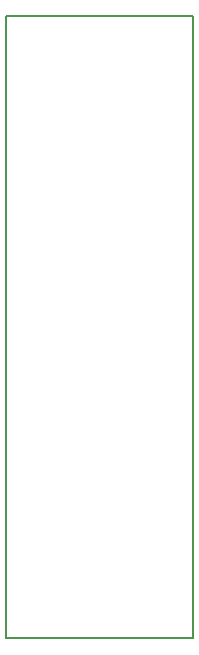
<source format=gko>
G04 #@! TF.FileFunction,Profile,NP*
%FSLAX46Y46*%
G04 Gerber Fmt 4.6, Leading zero omitted, Abs format (unit mm)*
G04 Created by KiCad (PCBNEW 4.0.7-e2-6376~58~ubuntu16.04.1) date Sat Jan 13 09:46:35 2018*
%MOMM*%
%LPD*%
G01*
G04 APERTURE LIST*
%ADD10C,0.100000*%
%ADD11C,0.150000*%
G04 APERTURE END LIST*
D10*
D11*
X151130000Y-78740000D02*
X151130000Y-131445000D01*
X167005000Y-78740000D02*
X151130000Y-78740000D01*
X167005000Y-131445000D02*
X167005000Y-78740000D01*
X151130000Y-131445000D02*
X167005000Y-131445000D01*
M02*

</source>
